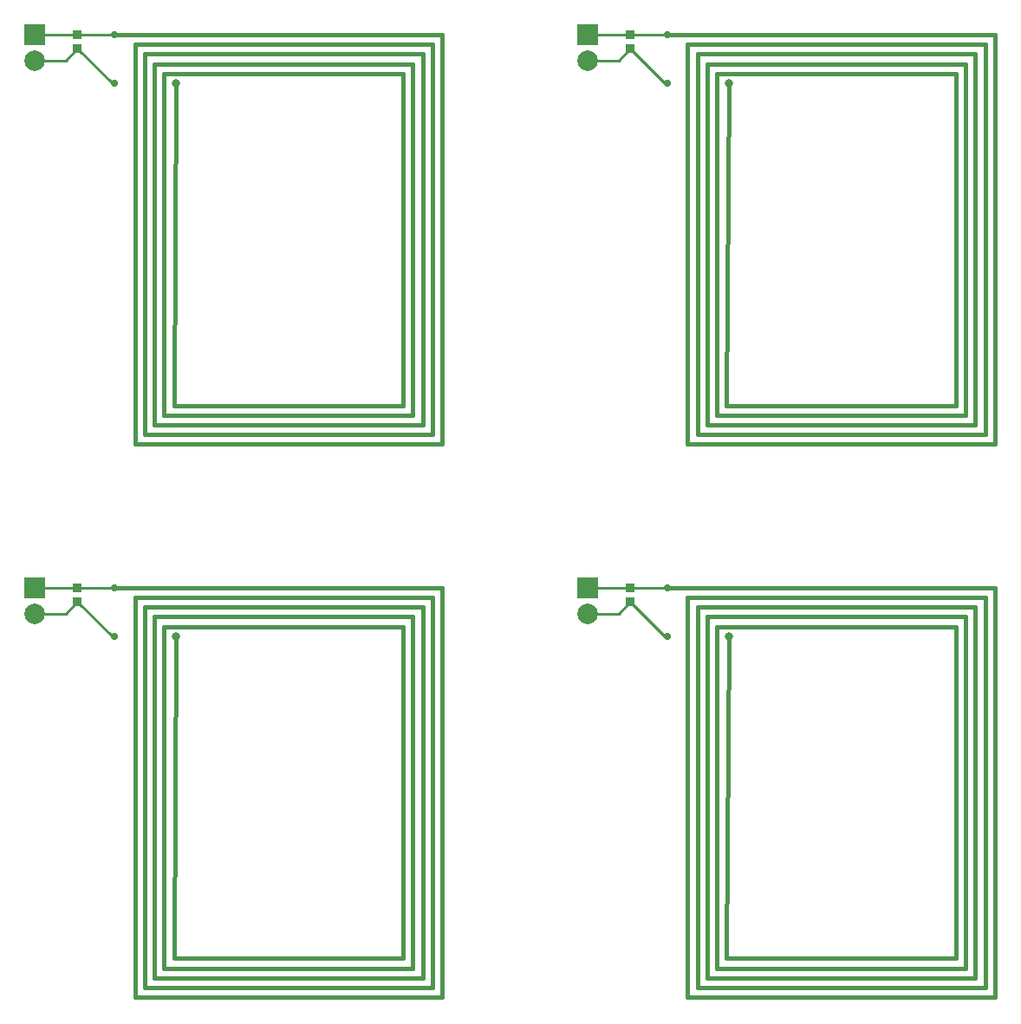
<source format=gtl>
G04 Layer_Physical_Order=1*
G04 Layer_Color=255*
%FSLAX25Y25*%
%MOIN*%
G70*
G01*
G75*
%ADD10C,0.02756*%
%ADD11R,0.03740X0.03347*%
%ADD12C,0.01000*%
%ADD13C,0.01772*%
%ADD14C,0.07874*%
%ADD15R,0.07874X0.07874*%
%ADD16C,0.03150*%
D10*
X255906Y166929D02*
D03*
Y379528D02*
D03*
X43307D02*
D03*
Y166929D02*
D03*
X255906Y148130D02*
D03*
Y360728D02*
D03*
X43307D02*
D03*
Y148130D02*
D03*
D11*
X241732Y161516D02*
D03*
Y166831D02*
D03*
Y374114D02*
D03*
Y379429D02*
D03*
X29134Y374114D02*
D03*
Y379429D02*
D03*
Y161516D02*
D03*
Y166831D02*
D03*
D12*
X241732Y161516D02*
X255118Y148130D01*
X237146Y156929D02*
X241732Y161516D01*
X225197Y156929D02*
X237146D01*
X241634Y166929D02*
X241732Y166831D01*
X225197Y166929D02*
X241634D01*
X255118Y148130D02*
X255906D01*
X241732Y166831D02*
X241831Y166929D01*
X255906D01*
X241732Y374114D02*
X255118Y360728D01*
X237146Y369528D02*
X241732Y374114D01*
X225197Y369528D02*
X237146D01*
X241634Y379528D02*
X241732Y379429D01*
X225197Y379528D02*
X241634D01*
X255118Y360728D02*
X255906D01*
X241732Y379429D02*
X241831Y379528D01*
X255906D01*
X29134Y374114D02*
X42520Y360728D01*
X24547Y369528D02*
X29134Y374114D01*
X12598Y369528D02*
X24547D01*
X29035Y379528D02*
X29134Y379429D01*
X12598Y379528D02*
X29035D01*
X42520Y360728D02*
X43307D01*
X29134Y379429D02*
X29232Y379528D01*
X43307D01*
X29134Y161516D02*
X42520Y148130D01*
X24547Y156929D02*
X29134Y161516D01*
X12598Y156929D02*
X24547D01*
X29035Y166929D02*
X29134Y166831D01*
X12598Y166929D02*
X29035D01*
X42520Y148130D02*
X43307D01*
X29134Y166831D02*
X29232Y166929D01*
X43307D01*
D13*
X255906D02*
X263779D01*
X278740Y24409D02*
X279626Y148130D01*
X278740Y24409D02*
X366929D01*
Y151969D01*
X275000D02*
X366929D01*
X275000Y20669D02*
Y151969D01*
Y20669D02*
X370669D01*
Y155709D01*
X271260D02*
X370669D01*
X271260Y16929D02*
Y155709D01*
Y16929D02*
X374410D01*
Y159449D01*
X267520D02*
X374410D01*
X267520Y13189D02*
Y159449D01*
Y13189D02*
X378150D01*
Y163189D01*
X263779D02*
X378150D01*
X263779Y9449D02*
Y163189D01*
Y9449D02*
X381890D01*
Y166929D01*
X263779D02*
X381890D01*
X255906Y379528D02*
X263779D01*
X278740Y237008D02*
X279626Y360728D01*
X278740Y237008D02*
X366929D01*
Y364567D01*
X275000D02*
X366929D01*
X275000Y233268D02*
Y364567D01*
Y233268D02*
X370669D01*
Y368307D01*
X271260D02*
X370669D01*
X271260Y229528D02*
Y368307D01*
Y229528D02*
X374410D01*
Y372047D01*
X267520D02*
X374410D01*
X267520Y225787D02*
Y372047D01*
Y225787D02*
X378150D01*
Y375787D01*
X263779D02*
X378150D01*
X263779Y222047D02*
Y375787D01*
Y222047D02*
X381890D01*
Y379528D01*
X263779D02*
X381890D01*
X43307D02*
X51181D01*
X66142Y237008D02*
X67028Y360728D01*
X66142Y237008D02*
X154331D01*
Y364567D01*
X62402D02*
X154331D01*
X62402Y233268D02*
Y364567D01*
Y233268D02*
X158071D01*
Y368307D01*
X58661D02*
X158071D01*
X58661Y229528D02*
Y368307D01*
Y229528D02*
X161811D01*
Y372047D01*
X54921D02*
X161811D01*
X54921Y225787D02*
Y372047D01*
Y225787D02*
X165551D01*
Y375787D01*
X51181D02*
X165551D01*
X51181Y222047D02*
Y375787D01*
Y222047D02*
X169291D01*
Y379528D01*
X51181D02*
X169291D01*
X43307Y166929D02*
X51181D01*
X66142Y24409D02*
X67028Y148130D01*
X66142Y24409D02*
X154331D01*
Y151969D01*
X62402D02*
X154331D01*
X62402Y20669D02*
Y151969D01*
Y20669D02*
X158071D01*
Y155709D01*
X58661D02*
X158071D01*
X58661Y16929D02*
Y155709D01*
Y16929D02*
X161811D01*
Y159449D01*
X54921D02*
X161811D01*
X54921Y13189D02*
Y159449D01*
Y13189D02*
X165551D01*
Y163189D01*
X51181D02*
X165551D01*
X51181Y9449D02*
Y163189D01*
Y9449D02*
X169291D01*
Y166929D01*
X51181D02*
X169291D01*
D14*
X225197Y156929D02*
D03*
Y369528D02*
D03*
X12598D02*
D03*
Y156929D02*
D03*
D15*
X225197Y166929D02*
D03*
Y379528D02*
D03*
X12598D02*
D03*
Y166929D02*
D03*
D16*
X279626Y148130D02*
D03*
Y360728D02*
D03*
X67028D02*
D03*
Y148130D02*
D03*
M02*

</source>
